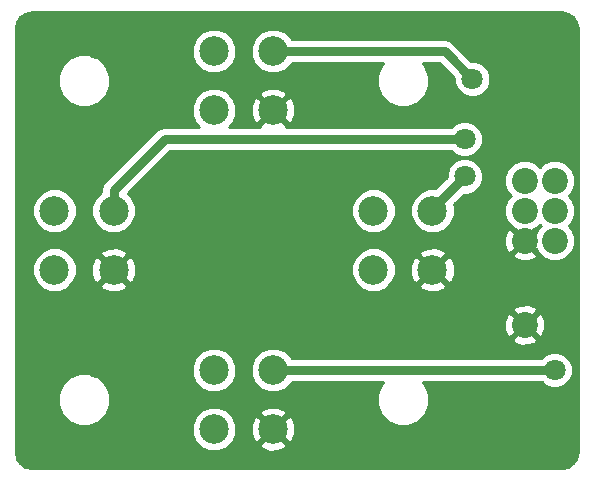
<source format=gbr>
G04 #@! TF.FileFunction,Copper,L2,Bot,Signal*
%FSLAX46Y46*%
G04 Gerber Fmt 4.6, Leading zero omitted, Abs format (unit mm)*
G04 Created by KiCad (PCBNEW 4.0.7) date 06/30/18 16:25:32*
%MOMM*%
%LPD*%
G01*
G04 APERTURE LIST*
%ADD10C,0.100000*%
%ADD11C,2.500000*%
%ADD12C,2.200000*%
%ADD13C,1.800000*%
%ADD14C,0.800000*%
%ADD15C,0.254000*%
G04 APERTURE END LIST*
D10*
D11*
X138500000Y-73000000D03*
X133500000Y-73000000D03*
X133500000Y-78000000D03*
X138500000Y-78000000D03*
X125000000Y-86500000D03*
X120000000Y-86500000D03*
X120000000Y-91500000D03*
X125000000Y-91500000D03*
X152000000Y-86500000D03*
X147000000Y-86500000D03*
X147000000Y-91500000D03*
X152000000Y-91500000D03*
X138500000Y-100000000D03*
X133500000Y-100000000D03*
X133500000Y-105000000D03*
X138500000Y-105000000D03*
D12*
X159815000Y-96173000D03*
X162355000Y-89040000D03*
X162355000Y-86500000D03*
X162355000Y-83960000D03*
X159815000Y-89040000D03*
X159815000Y-86500000D03*
X159815000Y-83960000D03*
D13*
X154735000Y-83600000D03*
X154735000Y-80425000D03*
X162355000Y-99983000D03*
X155370000Y-75345000D03*
D14*
X152000000Y-86500000D02*
X152000000Y-86335000D01*
X152000000Y-86335000D02*
X154735000Y-83600000D01*
X125000000Y-84760000D02*
X129335000Y-80425000D01*
X129335000Y-80425000D02*
X154735000Y-80425000D01*
X125000000Y-86500000D02*
X125000000Y-84760000D01*
X125000000Y-86500000D02*
X125165000Y-86500000D01*
X151395000Y-100000000D02*
X162338000Y-100000000D01*
X162338000Y-100000000D02*
X162355000Y-99983000D01*
X151395000Y-100000000D02*
X151416000Y-100000000D01*
X138500000Y-100000000D02*
X151395000Y-100000000D01*
X153025000Y-73000000D02*
X151395000Y-73000000D01*
X138500000Y-73000000D02*
X150925000Y-73000000D01*
X150925000Y-73000000D02*
X151395000Y-73000000D01*
X155370000Y-75345000D02*
X153025000Y-73000000D01*
D15*
G36*
X163488338Y-69821046D02*
X163902333Y-70097669D01*
X164178953Y-70511660D01*
X164290000Y-71069931D01*
X164290000Y-106930069D01*
X164178953Y-107488340D01*
X163902333Y-107902331D01*
X163488338Y-108178954D01*
X162930069Y-108290000D01*
X118069931Y-108290000D01*
X117511660Y-108178953D01*
X117097669Y-107902333D01*
X116821046Y-107488338D01*
X116710000Y-106930069D01*
X116710000Y-105373305D01*
X131614674Y-105373305D01*
X131901043Y-106066372D01*
X132430839Y-106597093D01*
X133123405Y-106884672D01*
X133873305Y-106885326D01*
X134566372Y-106598957D01*
X134832472Y-106333320D01*
X137346285Y-106333320D01*
X137475533Y-106626123D01*
X138175806Y-106894388D01*
X138925435Y-106874250D01*
X139524467Y-106626123D01*
X139653715Y-106333320D01*
X138500000Y-105179605D01*
X137346285Y-106333320D01*
X134832472Y-106333320D01*
X135097093Y-106069161D01*
X135384672Y-105376595D01*
X135385283Y-104675806D01*
X136605612Y-104675806D01*
X136625750Y-105425435D01*
X136873877Y-106024467D01*
X137166680Y-106153715D01*
X138320395Y-105000000D01*
X138679605Y-105000000D01*
X139833320Y-106153715D01*
X140126123Y-106024467D01*
X140394388Y-105324194D01*
X140374250Y-104574565D01*
X140126123Y-103975533D01*
X139833320Y-103846285D01*
X138679605Y-105000000D01*
X138320395Y-105000000D01*
X137166680Y-103846285D01*
X136873877Y-103975533D01*
X136605612Y-104675806D01*
X135385283Y-104675806D01*
X135385326Y-104626695D01*
X135098957Y-103933628D01*
X134832475Y-103666680D01*
X137346285Y-103666680D01*
X138500000Y-104820395D01*
X139653715Y-103666680D01*
X139524467Y-103373877D01*
X138824194Y-103105612D01*
X138074565Y-103125750D01*
X137475533Y-103373877D01*
X137346285Y-103666680D01*
X134832475Y-103666680D01*
X134569161Y-103402907D01*
X133876595Y-103115328D01*
X133126695Y-103114674D01*
X132433628Y-103401043D01*
X131902907Y-103930839D01*
X131615328Y-104623405D01*
X131614674Y-105373305D01*
X116710000Y-105373305D01*
X116710000Y-102942619D01*
X120264613Y-102942619D01*
X120604155Y-103764372D01*
X121232321Y-104393636D01*
X122053481Y-104734611D01*
X122942619Y-104735387D01*
X123764372Y-104395845D01*
X124393636Y-103767679D01*
X124734611Y-102946519D01*
X124735387Y-102057381D01*
X124395845Y-101235628D01*
X123767679Y-100606364D01*
X123206410Y-100373305D01*
X131614674Y-100373305D01*
X131901043Y-101066372D01*
X132430839Y-101597093D01*
X133123405Y-101884672D01*
X133873305Y-101885326D01*
X134566372Y-101598957D01*
X135097093Y-101069161D01*
X135384672Y-100376595D01*
X135384674Y-100373305D01*
X136614674Y-100373305D01*
X136901043Y-101066372D01*
X137430839Y-101597093D01*
X138123405Y-101884672D01*
X138873305Y-101885326D01*
X139566372Y-101598957D01*
X140097093Y-101069161D01*
X140111278Y-101035000D01*
X147804030Y-101035000D01*
X147606364Y-101232321D01*
X147265389Y-102053481D01*
X147264613Y-102942619D01*
X147604155Y-103764372D01*
X148232321Y-104393636D01*
X149053481Y-104734611D01*
X149942619Y-104735387D01*
X150764372Y-104395845D01*
X151393636Y-103767679D01*
X151734611Y-102946519D01*
X151735387Y-102057381D01*
X151395845Y-101235628D01*
X151195567Y-101035000D01*
X161236240Y-101035000D01*
X161484357Y-101283551D01*
X162048330Y-101517733D01*
X162658991Y-101518265D01*
X163223371Y-101285068D01*
X163655551Y-100853643D01*
X163889733Y-100289670D01*
X163890265Y-99679009D01*
X163657068Y-99114629D01*
X163225643Y-98682449D01*
X162661670Y-98448267D01*
X162051009Y-98447735D01*
X161486629Y-98680932D01*
X161202064Y-98965000D01*
X140111920Y-98965000D01*
X140098957Y-98933628D01*
X139569161Y-98402907D01*
X138876595Y-98115328D01*
X138126695Y-98114674D01*
X137433628Y-98401043D01*
X136902907Y-98930839D01*
X136615328Y-99623405D01*
X136614674Y-100373305D01*
X135384674Y-100373305D01*
X135385326Y-99626695D01*
X135098957Y-98933628D01*
X134569161Y-98402907D01*
X133876595Y-98115328D01*
X133126695Y-98114674D01*
X132433628Y-98401043D01*
X131902907Y-98930839D01*
X131615328Y-99623405D01*
X131614674Y-100373305D01*
X123206410Y-100373305D01*
X122946519Y-100265389D01*
X122057381Y-100264613D01*
X121235628Y-100604155D01*
X120606364Y-101232321D01*
X120265389Y-102053481D01*
X120264613Y-102942619D01*
X116710000Y-102942619D01*
X116710000Y-97397868D01*
X158769737Y-97397868D01*
X158880641Y-97675099D01*
X159526593Y-97918323D01*
X160216453Y-97895836D01*
X160749359Y-97675099D01*
X160860263Y-97397868D01*
X159815000Y-96352605D01*
X158769737Y-97397868D01*
X116710000Y-97397868D01*
X116710000Y-95884593D01*
X158069677Y-95884593D01*
X158092164Y-96574453D01*
X158312901Y-97107359D01*
X158590132Y-97218263D01*
X159635395Y-96173000D01*
X159994605Y-96173000D01*
X161039868Y-97218263D01*
X161317099Y-97107359D01*
X161560323Y-96461407D01*
X161537836Y-95771547D01*
X161317099Y-95238641D01*
X161039868Y-95127737D01*
X159994605Y-96173000D01*
X159635395Y-96173000D01*
X158590132Y-95127737D01*
X158312901Y-95238641D01*
X158069677Y-95884593D01*
X116710000Y-95884593D01*
X116710000Y-94948132D01*
X158769737Y-94948132D01*
X159815000Y-95993395D01*
X160860263Y-94948132D01*
X160749359Y-94670901D01*
X160103407Y-94427677D01*
X159413547Y-94450164D01*
X158880641Y-94670901D01*
X158769737Y-94948132D01*
X116710000Y-94948132D01*
X116710000Y-91873305D01*
X118114674Y-91873305D01*
X118401043Y-92566372D01*
X118930839Y-93097093D01*
X119623405Y-93384672D01*
X120373305Y-93385326D01*
X121066372Y-93098957D01*
X121332472Y-92833320D01*
X123846285Y-92833320D01*
X123975533Y-93126123D01*
X124675806Y-93394388D01*
X125425435Y-93374250D01*
X126024467Y-93126123D01*
X126153715Y-92833320D01*
X125000000Y-91679605D01*
X123846285Y-92833320D01*
X121332472Y-92833320D01*
X121597093Y-92569161D01*
X121884672Y-91876595D01*
X121885283Y-91175806D01*
X123105612Y-91175806D01*
X123125750Y-91925435D01*
X123373877Y-92524467D01*
X123666680Y-92653715D01*
X124820395Y-91500000D01*
X125179605Y-91500000D01*
X126333320Y-92653715D01*
X126626123Y-92524467D01*
X126875574Y-91873305D01*
X145114674Y-91873305D01*
X145401043Y-92566372D01*
X145930839Y-93097093D01*
X146623405Y-93384672D01*
X147373305Y-93385326D01*
X148066372Y-93098957D01*
X148332472Y-92833320D01*
X150846285Y-92833320D01*
X150975533Y-93126123D01*
X151675806Y-93394388D01*
X152425435Y-93374250D01*
X153024467Y-93126123D01*
X153153715Y-92833320D01*
X152000000Y-91679605D01*
X150846285Y-92833320D01*
X148332472Y-92833320D01*
X148597093Y-92569161D01*
X148884672Y-91876595D01*
X148885283Y-91175806D01*
X150105612Y-91175806D01*
X150125750Y-91925435D01*
X150373877Y-92524467D01*
X150666680Y-92653715D01*
X151820395Y-91500000D01*
X152179605Y-91500000D01*
X153333320Y-92653715D01*
X153626123Y-92524467D01*
X153894388Y-91824194D01*
X153874250Y-91074565D01*
X153626123Y-90475533D01*
X153333320Y-90346285D01*
X152179605Y-91500000D01*
X151820395Y-91500000D01*
X150666680Y-90346285D01*
X150373877Y-90475533D01*
X150105612Y-91175806D01*
X148885283Y-91175806D01*
X148885326Y-91126695D01*
X148598957Y-90433628D01*
X148332475Y-90166680D01*
X150846285Y-90166680D01*
X152000000Y-91320395D01*
X153055527Y-90264868D01*
X158769737Y-90264868D01*
X158880641Y-90542099D01*
X159526593Y-90785323D01*
X160216453Y-90762836D01*
X160749359Y-90542099D01*
X160860263Y-90264868D01*
X159815000Y-89219605D01*
X158769737Y-90264868D01*
X153055527Y-90264868D01*
X153153715Y-90166680D01*
X153024467Y-89873877D01*
X152324194Y-89605612D01*
X151574565Y-89625750D01*
X150975533Y-89873877D01*
X150846285Y-90166680D01*
X148332475Y-90166680D01*
X148069161Y-89902907D01*
X147376595Y-89615328D01*
X146626695Y-89614674D01*
X145933628Y-89901043D01*
X145402907Y-90430839D01*
X145115328Y-91123405D01*
X145114674Y-91873305D01*
X126875574Y-91873305D01*
X126894388Y-91824194D01*
X126874250Y-91074565D01*
X126626123Y-90475533D01*
X126333320Y-90346285D01*
X125179605Y-91500000D01*
X124820395Y-91500000D01*
X123666680Y-90346285D01*
X123373877Y-90475533D01*
X123105612Y-91175806D01*
X121885283Y-91175806D01*
X121885326Y-91126695D01*
X121598957Y-90433628D01*
X121332475Y-90166680D01*
X123846285Y-90166680D01*
X125000000Y-91320395D01*
X126153715Y-90166680D01*
X126024467Y-89873877D01*
X125324194Y-89605612D01*
X124574565Y-89625750D01*
X123975533Y-89873877D01*
X123846285Y-90166680D01*
X121332475Y-90166680D01*
X121069161Y-89902907D01*
X120376595Y-89615328D01*
X119626695Y-89614674D01*
X118933628Y-89901043D01*
X118402907Y-90430839D01*
X118115328Y-91123405D01*
X118114674Y-91873305D01*
X116710000Y-91873305D01*
X116710000Y-88751593D01*
X158069677Y-88751593D01*
X158092164Y-89441453D01*
X158312901Y-89974359D01*
X158590132Y-90085263D01*
X159635395Y-89040000D01*
X158590132Y-87994737D01*
X158312901Y-88105641D01*
X158069677Y-88751593D01*
X116710000Y-88751593D01*
X116710000Y-86873305D01*
X118114674Y-86873305D01*
X118401043Y-87566372D01*
X118930839Y-88097093D01*
X119623405Y-88384672D01*
X120373305Y-88385326D01*
X121066372Y-88098957D01*
X121597093Y-87569161D01*
X121884672Y-86876595D01*
X121884674Y-86873305D01*
X123114674Y-86873305D01*
X123401043Y-87566372D01*
X123930839Y-88097093D01*
X124623405Y-88384672D01*
X125373305Y-88385326D01*
X126066372Y-88098957D01*
X126597093Y-87569161D01*
X126884672Y-86876595D01*
X126884674Y-86873305D01*
X145114674Y-86873305D01*
X145401043Y-87566372D01*
X145930839Y-88097093D01*
X146623405Y-88384672D01*
X147373305Y-88385326D01*
X148066372Y-88098957D01*
X148597093Y-87569161D01*
X148884672Y-86876595D01*
X148884674Y-86873305D01*
X150114674Y-86873305D01*
X150401043Y-87566372D01*
X150930839Y-88097093D01*
X151623405Y-88384672D01*
X152373305Y-88385326D01*
X153066372Y-88098957D01*
X153597093Y-87569161D01*
X153884672Y-86876595D01*
X153885326Y-86126695D01*
X153822958Y-85975753D01*
X154663773Y-85134938D01*
X155038991Y-85135265D01*
X155603371Y-84902068D01*
X156035551Y-84470643D01*
X156104913Y-84303599D01*
X158079699Y-84303599D01*
X158343281Y-84941515D01*
X158631338Y-85230075D01*
X158344996Y-85515918D01*
X158080301Y-86153373D01*
X158079699Y-86843599D01*
X158343281Y-87481515D01*
X158830918Y-87970004D01*
X158991139Y-88036534D01*
X159815000Y-88860395D01*
X160638305Y-88037090D01*
X160796515Y-87971719D01*
X161085075Y-87683662D01*
X161171338Y-87770075D01*
X160884996Y-88055918D01*
X160818466Y-88216139D01*
X159994605Y-89040000D01*
X160817910Y-89863305D01*
X160883281Y-90021515D01*
X161370918Y-90510004D01*
X162008373Y-90774699D01*
X162698599Y-90775301D01*
X163336515Y-90511719D01*
X163825004Y-90024082D01*
X164089699Y-89386627D01*
X164090301Y-88696401D01*
X163826719Y-88058485D01*
X163538662Y-87769925D01*
X163825004Y-87484082D01*
X164089699Y-86846627D01*
X164090301Y-86156401D01*
X163826719Y-85518485D01*
X163538662Y-85229925D01*
X163825004Y-84944082D01*
X164089699Y-84306627D01*
X164090301Y-83616401D01*
X163826719Y-82978485D01*
X163339082Y-82489996D01*
X162701627Y-82225301D01*
X162011401Y-82224699D01*
X161373485Y-82488281D01*
X161084925Y-82776338D01*
X160799082Y-82489996D01*
X160161627Y-82225301D01*
X159471401Y-82224699D01*
X158833485Y-82488281D01*
X158344996Y-82975918D01*
X158080301Y-83613373D01*
X158079699Y-84303599D01*
X156104913Y-84303599D01*
X156269733Y-83906670D01*
X156270265Y-83296009D01*
X156037068Y-82731629D01*
X155605643Y-82299449D01*
X155041670Y-82065267D01*
X154431009Y-82064735D01*
X153866629Y-82297932D01*
X153434449Y-82729357D01*
X153200267Y-83293330D01*
X153199938Y-83671351D01*
X152256065Y-84615223D01*
X151626695Y-84614674D01*
X150933628Y-84901043D01*
X150402907Y-85430839D01*
X150115328Y-86123405D01*
X150114674Y-86873305D01*
X148884674Y-86873305D01*
X148885326Y-86126695D01*
X148598957Y-85433628D01*
X148069161Y-84902907D01*
X147376595Y-84615328D01*
X146626695Y-84614674D01*
X145933628Y-84901043D01*
X145402907Y-85430839D01*
X145115328Y-86123405D01*
X145114674Y-86873305D01*
X126884674Y-86873305D01*
X126885326Y-86126695D01*
X126598957Y-85433628D01*
X126194873Y-85028839D01*
X129763711Y-81460000D01*
X153599270Y-81460000D01*
X153864357Y-81725551D01*
X154428330Y-81959733D01*
X155038991Y-81960265D01*
X155603371Y-81727068D01*
X156035551Y-81295643D01*
X156269733Y-80731670D01*
X156270265Y-80121009D01*
X156037068Y-79556629D01*
X155605643Y-79124449D01*
X155041670Y-78890267D01*
X154431009Y-78889735D01*
X153866629Y-79122932D01*
X153599094Y-79390000D01*
X139628696Y-79390000D01*
X139653715Y-79333320D01*
X138500000Y-78179605D01*
X137346285Y-79333320D01*
X137371304Y-79390000D01*
X134775694Y-79390000D01*
X135097093Y-79069161D01*
X135384672Y-78376595D01*
X135385283Y-77675806D01*
X136605612Y-77675806D01*
X136625750Y-78425435D01*
X136873877Y-79024467D01*
X137166680Y-79153715D01*
X138320395Y-78000000D01*
X138679605Y-78000000D01*
X139833320Y-79153715D01*
X140126123Y-79024467D01*
X140394388Y-78324194D01*
X140374250Y-77574565D01*
X140126123Y-76975533D01*
X139833320Y-76846285D01*
X138679605Y-78000000D01*
X138320395Y-78000000D01*
X137166680Y-76846285D01*
X136873877Y-76975533D01*
X136605612Y-77675806D01*
X135385283Y-77675806D01*
X135385326Y-77626695D01*
X135098957Y-76933628D01*
X134832475Y-76666680D01*
X137346285Y-76666680D01*
X138500000Y-77820395D01*
X139653715Y-76666680D01*
X139524467Y-76373877D01*
X138824194Y-76105612D01*
X138074565Y-76125750D01*
X137475533Y-76373877D01*
X137346285Y-76666680D01*
X134832475Y-76666680D01*
X134569161Y-76402907D01*
X133876595Y-76115328D01*
X133126695Y-76114674D01*
X132433628Y-76401043D01*
X131902907Y-76930839D01*
X131615328Y-77623405D01*
X131614674Y-78373305D01*
X131901043Y-79066372D01*
X132224107Y-79390000D01*
X129335005Y-79390000D01*
X129335000Y-79389999D01*
X128938923Y-79468785D01*
X128603144Y-79693144D01*
X128603142Y-79693147D01*
X124268144Y-84028144D01*
X124043785Y-84363923D01*
X123964999Y-84760000D01*
X123965000Y-84760005D01*
X123965000Y-84888080D01*
X123933628Y-84901043D01*
X123402907Y-85430839D01*
X123115328Y-86123405D01*
X123114674Y-86873305D01*
X121884674Y-86873305D01*
X121885326Y-86126695D01*
X121598957Y-85433628D01*
X121069161Y-84902907D01*
X120376595Y-84615328D01*
X119626695Y-84614674D01*
X118933628Y-84901043D01*
X118402907Y-85430839D01*
X118115328Y-86123405D01*
X118114674Y-86873305D01*
X116710000Y-86873305D01*
X116710000Y-75942619D01*
X120264613Y-75942619D01*
X120604155Y-76764372D01*
X121232321Y-77393636D01*
X122053481Y-77734611D01*
X122942619Y-77735387D01*
X123764372Y-77395845D01*
X124393636Y-76767679D01*
X124734611Y-75946519D01*
X124735387Y-75057381D01*
X124395845Y-74235628D01*
X123767679Y-73606364D01*
X123206410Y-73373305D01*
X131614674Y-73373305D01*
X131901043Y-74066372D01*
X132430839Y-74597093D01*
X133123405Y-74884672D01*
X133873305Y-74885326D01*
X134566372Y-74598957D01*
X135097093Y-74069161D01*
X135384672Y-73376595D01*
X135384674Y-73373305D01*
X136614674Y-73373305D01*
X136901043Y-74066372D01*
X137430839Y-74597093D01*
X138123405Y-74884672D01*
X138873305Y-74885326D01*
X139566372Y-74598957D01*
X140097093Y-74069161D01*
X140111278Y-74035000D01*
X147804030Y-74035000D01*
X147606364Y-74232321D01*
X147265389Y-75053481D01*
X147264613Y-75942619D01*
X147604155Y-76764372D01*
X148232321Y-77393636D01*
X149053481Y-77734611D01*
X149942619Y-77735387D01*
X150764372Y-77395845D01*
X151393636Y-76767679D01*
X151734611Y-75946519D01*
X151735387Y-75057381D01*
X151395845Y-74235628D01*
X151195567Y-74035000D01*
X152596288Y-74035000D01*
X153835062Y-75273773D01*
X153834735Y-75648991D01*
X154067932Y-76213371D01*
X154499357Y-76645551D01*
X155063330Y-76879733D01*
X155673991Y-76880265D01*
X156238371Y-76647068D01*
X156670551Y-76215643D01*
X156904733Y-75651670D01*
X156905265Y-75041009D01*
X156672068Y-74476629D01*
X156240643Y-74044449D01*
X155676670Y-73810267D01*
X155298649Y-73809938D01*
X153756856Y-72268144D01*
X153421077Y-72043785D01*
X153025000Y-71964999D01*
X153024995Y-71965000D01*
X140111920Y-71965000D01*
X140098957Y-71933628D01*
X139569161Y-71402907D01*
X138876595Y-71115328D01*
X138126695Y-71114674D01*
X137433628Y-71401043D01*
X136902907Y-71930839D01*
X136615328Y-72623405D01*
X136614674Y-73373305D01*
X135384674Y-73373305D01*
X135385326Y-72626695D01*
X135098957Y-71933628D01*
X134569161Y-71402907D01*
X133876595Y-71115328D01*
X133126695Y-71114674D01*
X132433628Y-71401043D01*
X131902907Y-71930839D01*
X131615328Y-72623405D01*
X131614674Y-73373305D01*
X123206410Y-73373305D01*
X122946519Y-73265389D01*
X122057381Y-73264613D01*
X121235628Y-73604155D01*
X120606364Y-74232321D01*
X120265389Y-75053481D01*
X120264613Y-75942619D01*
X116710000Y-75942619D01*
X116710000Y-71069931D01*
X116821046Y-70511662D01*
X117097669Y-70097667D01*
X117511660Y-69821047D01*
X118069931Y-69710000D01*
X162930069Y-69710000D01*
X163488338Y-69821046D01*
X163488338Y-69821046D01*
G37*
X163488338Y-69821046D02*
X163902333Y-70097669D01*
X164178953Y-70511660D01*
X164290000Y-71069931D01*
X164290000Y-106930069D01*
X164178953Y-107488340D01*
X163902333Y-107902331D01*
X163488338Y-108178954D01*
X162930069Y-108290000D01*
X118069931Y-108290000D01*
X117511660Y-108178953D01*
X117097669Y-107902333D01*
X116821046Y-107488338D01*
X116710000Y-106930069D01*
X116710000Y-105373305D01*
X131614674Y-105373305D01*
X131901043Y-106066372D01*
X132430839Y-106597093D01*
X133123405Y-106884672D01*
X133873305Y-106885326D01*
X134566372Y-106598957D01*
X134832472Y-106333320D01*
X137346285Y-106333320D01*
X137475533Y-106626123D01*
X138175806Y-106894388D01*
X138925435Y-106874250D01*
X139524467Y-106626123D01*
X139653715Y-106333320D01*
X138500000Y-105179605D01*
X137346285Y-106333320D01*
X134832472Y-106333320D01*
X135097093Y-106069161D01*
X135384672Y-105376595D01*
X135385283Y-104675806D01*
X136605612Y-104675806D01*
X136625750Y-105425435D01*
X136873877Y-106024467D01*
X137166680Y-106153715D01*
X138320395Y-105000000D01*
X138679605Y-105000000D01*
X139833320Y-106153715D01*
X140126123Y-106024467D01*
X140394388Y-105324194D01*
X140374250Y-104574565D01*
X140126123Y-103975533D01*
X139833320Y-103846285D01*
X138679605Y-105000000D01*
X138320395Y-105000000D01*
X137166680Y-103846285D01*
X136873877Y-103975533D01*
X136605612Y-104675806D01*
X135385283Y-104675806D01*
X135385326Y-104626695D01*
X135098957Y-103933628D01*
X134832475Y-103666680D01*
X137346285Y-103666680D01*
X138500000Y-104820395D01*
X139653715Y-103666680D01*
X139524467Y-103373877D01*
X138824194Y-103105612D01*
X138074565Y-103125750D01*
X137475533Y-103373877D01*
X137346285Y-103666680D01*
X134832475Y-103666680D01*
X134569161Y-103402907D01*
X133876595Y-103115328D01*
X133126695Y-103114674D01*
X132433628Y-103401043D01*
X131902907Y-103930839D01*
X131615328Y-104623405D01*
X131614674Y-105373305D01*
X116710000Y-105373305D01*
X116710000Y-102942619D01*
X120264613Y-102942619D01*
X120604155Y-103764372D01*
X121232321Y-104393636D01*
X122053481Y-104734611D01*
X122942619Y-104735387D01*
X123764372Y-104395845D01*
X124393636Y-103767679D01*
X124734611Y-102946519D01*
X124735387Y-102057381D01*
X124395845Y-101235628D01*
X123767679Y-100606364D01*
X123206410Y-100373305D01*
X131614674Y-100373305D01*
X131901043Y-101066372D01*
X132430839Y-101597093D01*
X133123405Y-101884672D01*
X133873305Y-101885326D01*
X134566372Y-101598957D01*
X135097093Y-101069161D01*
X135384672Y-100376595D01*
X135384674Y-100373305D01*
X136614674Y-100373305D01*
X136901043Y-101066372D01*
X137430839Y-101597093D01*
X138123405Y-101884672D01*
X138873305Y-101885326D01*
X139566372Y-101598957D01*
X140097093Y-101069161D01*
X140111278Y-101035000D01*
X147804030Y-101035000D01*
X147606364Y-101232321D01*
X147265389Y-102053481D01*
X147264613Y-102942619D01*
X147604155Y-103764372D01*
X148232321Y-104393636D01*
X149053481Y-104734611D01*
X149942619Y-104735387D01*
X150764372Y-104395845D01*
X151393636Y-103767679D01*
X151734611Y-102946519D01*
X151735387Y-102057381D01*
X151395845Y-101235628D01*
X151195567Y-101035000D01*
X161236240Y-101035000D01*
X161484357Y-101283551D01*
X162048330Y-101517733D01*
X162658991Y-101518265D01*
X163223371Y-101285068D01*
X163655551Y-100853643D01*
X163889733Y-100289670D01*
X163890265Y-99679009D01*
X163657068Y-99114629D01*
X163225643Y-98682449D01*
X162661670Y-98448267D01*
X162051009Y-98447735D01*
X161486629Y-98680932D01*
X161202064Y-98965000D01*
X140111920Y-98965000D01*
X140098957Y-98933628D01*
X139569161Y-98402907D01*
X138876595Y-98115328D01*
X138126695Y-98114674D01*
X137433628Y-98401043D01*
X136902907Y-98930839D01*
X136615328Y-99623405D01*
X136614674Y-100373305D01*
X135384674Y-100373305D01*
X135385326Y-99626695D01*
X135098957Y-98933628D01*
X134569161Y-98402907D01*
X133876595Y-98115328D01*
X133126695Y-98114674D01*
X132433628Y-98401043D01*
X131902907Y-98930839D01*
X131615328Y-99623405D01*
X131614674Y-100373305D01*
X123206410Y-100373305D01*
X122946519Y-100265389D01*
X122057381Y-100264613D01*
X121235628Y-100604155D01*
X120606364Y-101232321D01*
X120265389Y-102053481D01*
X120264613Y-102942619D01*
X116710000Y-102942619D01*
X116710000Y-97397868D01*
X158769737Y-97397868D01*
X158880641Y-97675099D01*
X159526593Y-97918323D01*
X160216453Y-97895836D01*
X160749359Y-97675099D01*
X160860263Y-97397868D01*
X159815000Y-96352605D01*
X158769737Y-97397868D01*
X116710000Y-97397868D01*
X116710000Y-95884593D01*
X158069677Y-95884593D01*
X158092164Y-96574453D01*
X158312901Y-97107359D01*
X158590132Y-97218263D01*
X159635395Y-96173000D01*
X159994605Y-96173000D01*
X161039868Y-97218263D01*
X161317099Y-97107359D01*
X161560323Y-96461407D01*
X161537836Y-95771547D01*
X161317099Y-95238641D01*
X161039868Y-95127737D01*
X159994605Y-96173000D01*
X159635395Y-96173000D01*
X158590132Y-95127737D01*
X158312901Y-95238641D01*
X158069677Y-95884593D01*
X116710000Y-95884593D01*
X116710000Y-94948132D01*
X158769737Y-94948132D01*
X159815000Y-95993395D01*
X160860263Y-94948132D01*
X160749359Y-94670901D01*
X160103407Y-94427677D01*
X159413547Y-94450164D01*
X158880641Y-94670901D01*
X158769737Y-94948132D01*
X116710000Y-94948132D01*
X116710000Y-91873305D01*
X118114674Y-91873305D01*
X118401043Y-92566372D01*
X118930839Y-93097093D01*
X119623405Y-93384672D01*
X120373305Y-93385326D01*
X121066372Y-93098957D01*
X121332472Y-92833320D01*
X123846285Y-92833320D01*
X123975533Y-93126123D01*
X124675806Y-93394388D01*
X125425435Y-93374250D01*
X126024467Y-93126123D01*
X126153715Y-92833320D01*
X125000000Y-91679605D01*
X123846285Y-92833320D01*
X121332472Y-92833320D01*
X121597093Y-92569161D01*
X121884672Y-91876595D01*
X121885283Y-91175806D01*
X123105612Y-91175806D01*
X123125750Y-91925435D01*
X123373877Y-92524467D01*
X123666680Y-92653715D01*
X124820395Y-91500000D01*
X125179605Y-91500000D01*
X126333320Y-92653715D01*
X126626123Y-92524467D01*
X126875574Y-91873305D01*
X145114674Y-91873305D01*
X145401043Y-92566372D01*
X145930839Y-93097093D01*
X146623405Y-93384672D01*
X147373305Y-93385326D01*
X148066372Y-93098957D01*
X148332472Y-92833320D01*
X150846285Y-92833320D01*
X150975533Y-93126123D01*
X151675806Y-93394388D01*
X152425435Y-93374250D01*
X153024467Y-93126123D01*
X153153715Y-92833320D01*
X152000000Y-91679605D01*
X150846285Y-92833320D01*
X148332472Y-92833320D01*
X148597093Y-92569161D01*
X148884672Y-91876595D01*
X148885283Y-91175806D01*
X150105612Y-91175806D01*
X150125750Y-91925435D01*
X150373877Y-92524467D01*
X150666680Y-92653715D01*
X151820395Y-91500000D01*
X152179605Y-91500000D01*
X153333320Y-92653715D01*
X153626123Y-92524467D01*
X153894388Y-91824194D01*
X153874250Y-91074565D01*
X153626123Y-90475533D01*
X153333320Y-90346285D01*
X152179605Y-91500000D01*
X151820395Y-91500000D01*
X150666680Y-90346285D01*
X150373877Y-90475533D01*
X150105612Y-91175806D01*
X148885283Y-91175806D01*
X148885326Y-91126695D01*
X148598957Y-90433628D01*
X148332475Y-90166680D01*
X150846285Y-90166680D01*
X152000000Y-91320395D01*
X153055527Y-90264868D01*
X158769737Y-90264868D01*
X158880641Y-90542099D01*
X159526593Y-90785323D01*
X160216453Y-90762836D01*
X160749359Y-90542099D01*
X160860263Y-90264868D01*
X159815000Y-89219605D01*
X158769737Y-90264868D01*
X153055527Y-90264868D01*
X153153715Y-90166680D01*
X153024467Y-89873877D01*
X152324194Y-89605612D01*
X151574565Y-89625750D01*
X150975533Y-89873877D01*
X150846285Y-90166680D01*
X148332475Y-90166680D01*
X148069161Y-89902907D01*
X147376595Y-89615328D01*
X146626695Y-89614674D01*
X145933628Y-89901043D01*
X145402907Y-90430839D01*
X145115328Y-91123405D01*
X145114674Y-91873305D01*
X126875574Y-91873305D01*
X126894388Y-91824194D01*
X126874250Y-91074565D01*
X126626123Y-90475533D01*
X126333320Y-90346285D01*
X125179605Y-91500000D01*
X124820395Y-91500000D01*
X123666680Y-90346285D01*
X123373877Y-90475533D01*
X123105612Y-91175806D01*
X121885283Y-91175806D01*
X121885326Y-91126695D01*
X121598957Y-90433628D01*
X121332475Y-90166680D01*
X123846285Y-90166680D01*
X125000000Y-91320395D01*
X126153715Y-90166680D01*
X126024467Y-89873877D01*
X125324194Y-89605612D01*
X124574565Y-89625750D01*
X123975533Y-89873877D01*
X123846285Y-90166680D01*
X121332475Y-90166680D01*
X121069161Y-89902907D01*
X120376595Y-89615328D01*
X119626695Y-89614674D01*
X118933628Y-89901043D01*
X118402907Y-90430839D01*
X118115328Y-91123405D01*
X118114674Y-91873305D01*
X116710000Y-91873305D01*
X116710000Y-88751593D01*
X158069677Y-88751593D01*
X158092164Y-89441453D01*
X158312901Y-89974359D01*
X158590132Y-90085263D01*
X159635395Y-89040000D01*
X158590132Y-87994737D01*
X158312901Y-88105641D01*
X158069677Y-88751593D01*
X116710000Y-88751593D01*
X116710000Y-86873305D01*
X118114674Y-86873305D01*
X118401043Y-87566372D01*
X118930839Y-88097093D01*
X119623405Y-88384672D01*
X120373305Y-88385326D01*
X121066372Y-88098957D01*
X121597093Y-87569161D01*
X121884672Y-86876595D01*
X121884674Y-86873305D01*
X123114674Y-86873305D01*
X123401043Y-87566372D01*
X123930839Y-88097093D01*
X124623405Y-88384672D01*
X125373305Y-88385326D01*
X126066372Y-88098957D01*
X126597093Y-87569161D01*
X126884672Y-86876595D01*
X126884674Y-86873305D01*
X145114674Y-86873305D01*
X145401043Y-87566372D01*
X145930839Y-88097093D01*
X146623405Y-88384672D01*
X147373305Y-88385326D01*
X148066372Y-88098957D01*
X148597093Y-87569161D01*
X148884672Y-86876595D01*
X148884674Y-86873305D01*
X150114674Y-86873305D01*
X150401043Y-87566372D01*
X150930839Y-88097093D01*
X151623405Y-88384672D01*
X152373305Y-88385326D01*
X153066372Y-88098957D01*
X153597093Y-87569161D01*
X153884672Y-86876595D01*
X153885326Y-86126695D01*
X153822958Y-85975753D01*
X154663773Y-85134938D01*
X155038991Y-85135265D01*
X155603371Y-84902068D01*
X156035551Y-84470643D01*
X156104913Y-84303599D01*
X158079699Y-84303599D01*
X158343281Y-84941515D01*
X158631338Y-85230075D01*
X158344996Y-85515918D01*
X158080301Y-86153373D01*
X158079699Y-86843599D01*
X158343281Y-87481515D01*
X158830918Y-87970004D01*
X158991139Y-88036534D01*
X159815000Y-88860395D01*
X160638305Y-88037090D01*
X160796515Y-87971719D01*
X161085075Y-87683662D01*
X161171338Y-87770075D01*
X160884996Y-88055918D01*
X160818466Y-88216139D01*
X159994605Y-89040000D01*
X160817910Y-89863305D01*
X160883281Y-90021515D01*
X161370918Y-90510004D01*
X162008373Y-90774699D01*
X162698599Y-90775301D01*
X163336515Y-90511719D01*
X163825004Y-90024082D01*
X164089699Y-89386627D01*
X164090301Y-88696401D01*
X163826719Y-88058485D01*
X163538662Y-87769925D01*
X163825004Y-87484082D01*
X164089699Y-86846627D01*
X164090301Y-86156401D01*
X163826719Y-85518485D01*
X163538662Y-85229925D01*
X163825004Y-84944082D01*
X164089699Y-84306627D01*
X164090301Y-83616401D01*
X163826719Y-82978485D01*
X163339082Y-82489996D01*
X162701627Y-82225301D01*
X162011401Y-82224699D01*
X161373485Y-82488281D01*
X161084925Y-82776338D01*
X160799082Y-82489996D01*
X160161627Y-82225301D01*
X159471401Y-82224699D01*
X158833485Y-82488281D01*
X158344996Y-82975918D01*
X158080301Y-83613373D01*
X158079699Y-84303599D01*
X156104913Y-84303599D01*
X156269733Y-83906670D01*
X156270265Y-83296009D01*
X156037068Y-82731629D01*
X155605643Y-82299449D01*
X155041670Y-82065267D01*
X154431009Y-82064735D01*
X153866629Y-82297932D01*
X153434449Y-82729357D01*
X153200267Y-83293330D01*
X153199938Y-83671351D01*
X152256065Y-84615223D01*
X151626695Y-84614674D01*
X150933628Y-84901043D01*
X150402907Y-85430839D01*
X150115328Y-86123405D01*
X150114674Y-86873305D01*
X148884674Y-86873305D01*
X148885326Y-86126695D01*
X148598957Y-85433628D01*
X148069161Y-84902907D01*
X147376595Y-84615328D01*
X146626695Y-84614674D01*
X145933628Y-84901043D01*
X145402907Y-85430839D01*
X145115328Y-86123405D01*
X145114674Y-86873305D01*
X126884674Y-86873305D01*
X126885326Y-86126695D01*
X126598957Y-85433628D01*
X126194873Y-85028839D01*
X129763711Y-81460000D01*
X153599270Y-81460000D01*
X153864357Y-81725551D01*
X154428330Y-81959733D01*
X155038991Y-81960265D01*
X155603371Y-81727068D01*
X156035551Y-81295643D01*
X156269733Y-80731670D01*
X156270265Y-80121009D01*
X156037068Y-79556629D01*
X155605643Y-79124449D01*
X155041670Y-78890267D01*
X154431009Y-78889735D01*
X153866629Y-79122932D01*
X153599094Y-79390000D01*
X139628696Y-79390000D01*
X139653715Y-79333320D01*
X138500000Y-78179605D01*
X137346285Y-79333320D01*
X137371304Y-79390000D01*
X134775694Y-79390000D01*
X135097093Y-79069161D01*
X135384672Y-78376595D01*
X135385283Y-77675806D01*
X136605612Y-77675806D01*
X136625750Y-78425435D01*
X136873877Y-79024467D01*
X137166680Y-79153715D01*
X138320395Y-78000000D01*
X138679605Y-78000000D01*
X139833320Y-79153715D01*
X140126123Y-79024467D01*
X140394388Y-78324194D01*
X140374250Y-77574565D01*
X140126123Y-76975533D01*
X139833320Y-76846285D01*
X138679605Y-78000000D01*
X138320395Y-78000000D01*
X137166680Y-76846285D01*
X136873877Y-76975533D01*
X136605612Y-77675806D01*
X135385283Y-77675806D01*
X135385326Y-77626695D01*
X135098957Y-76933628D01*
X134832475Y-76666680D01*
X137346285Y-76666680D01*
X138500000Y-77820395D01*
X139653715Y-76666680D01*
X139524467Y-76373877D01*
X138824194Y-76105612D01*
X138074565Y-76125750D01*
X137475533Y-76373877D01*
X137346285Y-76666680D01*
X134832475Y-76666680D01*
X134569161Y-76402907D01*
X133876595Y-76115328D01*
X133126695Y-76114674D01*
X132433628Y-76401043D01*
X131902907Y-76930839D01*
X131615328Y-77623405D01*
X131614674Y-78373305D01*
X131901043Y-79066372D01*
X132224107Y-79390000D01*
X129335005Y-79390000D01*
X129335000Y-79389999D01*
X128938923Y-79468785D01*
X128603144Y-79693144D01*
X128603142Y-79693147D01*
X124268144Y-84028144D01*
X124043785Y-84363923D01*
X123964999Y-84760000D01*
X123965000Y-84760005D01*
X123965000Y-84888080D01*
X123933628Y-84901043D01*
X123402907Y-85430839D01*
X123115328Y-86123405D01*
X123114674Y-86873305D01*
X121884674Y-86873305D01*
X121885326Y-86126695D01*
X121598957Y-85433628D01*
X121069161Y-84902907D01*
X120376595Y-84615328D01*
X119626695Y-84614674D01*
X118933628Y-84901043D01*
X118402907Y-85430839D01*
X118115328Y-86123405D01*
X118114674Y-86873305D01*
X116710000Y-86873305D01*
X116710000Y-75942619D01*
X120264613Y-75942619D01*
X120604155Y-76764372D01*
X121232321Y-77393636D01*
X122053481Y-77734611D01*
X122942619Y-77735387D01*
X123764372Y-77395845D01*
X124393636Y-76767679D01*
X124734611Y-75946519D01*
X124735387Y-75057381D01*
X124395845Y-74235628D01*
X123767679Y-73606364D01*
X123206410Y-73373305D01*
X131614674Y-73373305D01*
X131901043Y-74066372D01*
X132430839Y-74597093D01*
X133123405Y-74884672D01*
X133873305Y-74885326D01*
X134566372Y-74598957D01*
X135097093Y-74069161D01*
X135384672Y-73376595D01*
X135384674Y-73373305D01*
X136614674Y-73373305D01*
X136901043Y-74066372D01*
X137430839Y-74597093D01*
X138123405Y-74884672D01*
X138873305Y-74885326D01*
X139566372Y-74598957D01*
X140097093Y-74069161D01*
X140111278Y-74035000D01*
X147804030Y-74035000D01*
X147606364Y-74232321D01*
X147265389Y-75053481D01*
X147264613Y-75942619D01*
X147604155Y-76764372D01*
X148232321Y-77393636D01*
X149053481Y-77734611D01*
X149942619Y-77735387D01*
X150764372Y-77395845D01*
X151393636Y-76767679D01*
X151734611Y-75946519D01*
X151735387Y-75057381D01*
X151395845Y-74235628D01*
X151195567Y-74035000D01*
X152596288Y-74035000D01*
X153835062Y-75273773D01*
X153834735Y-75648991D01*
X154067932Y-76213371D01*
X154499357Y-76645551D01*
X155063330Y-76879733D01*
X155673991Y-76880265D01*
X156238371Y-76647068D01*
X156670551Y-76215643D01*
X156904733Y-75651670D01*
X156905265Y-75041009D01*
X156672068Y-74476629D01*
X156240643Y-74044449D01*
X155676670Y-73810267D01*
X155298649Y-73809938D01*
X153756856Y-72268144D01*
X153421077Y-72043785D01*
X153025000Y-71964999D01*
X153024995Y-71965000D01*
X140111920Y-71965000D01*
X140098957Y-71933628D01*
X139569161Y-71402907D01*
X138876595Y-71115328D01*
X138126695Y-71114674D01*
X137433628Y-71401043D01*
X136902907Y-71930839D01*
X136615328Y-72623405D01*
X136614674Y-73373305D01*
X135384674Y-73373305D01*
X135385326Y-72626695D01*
X135098957Y-71933628D01*
X134569161Y-71402907D01*
X133876595Y-71115328D01*
X133126695Y-71114674D01*
X132433628Y-71401043D01*
X131902907Y-71930839D01*
X131615328Y-72623405D01*
X131614674Y-73373305D01*
X123206410Y-73373305D01*
X122946519Y-73265389D01*
X122057381Y-73264613D01*
X121235628Y-73604155D01*
X120606364Y-74232321D01*
X120265389Y-75053481D01*
X120264613Y-75942619D01*
X116710000Y-75942619D01*
X116710000Y-71069931D01*
X116821046Y-70511662D01*
X117097669Y-70097667D01*
X117511660Y-69821047D01*
X118069931Y-69710000D01*
X162930069Y-69710000D01*
X163488338Y-69821046D01*
M02*

</source>
